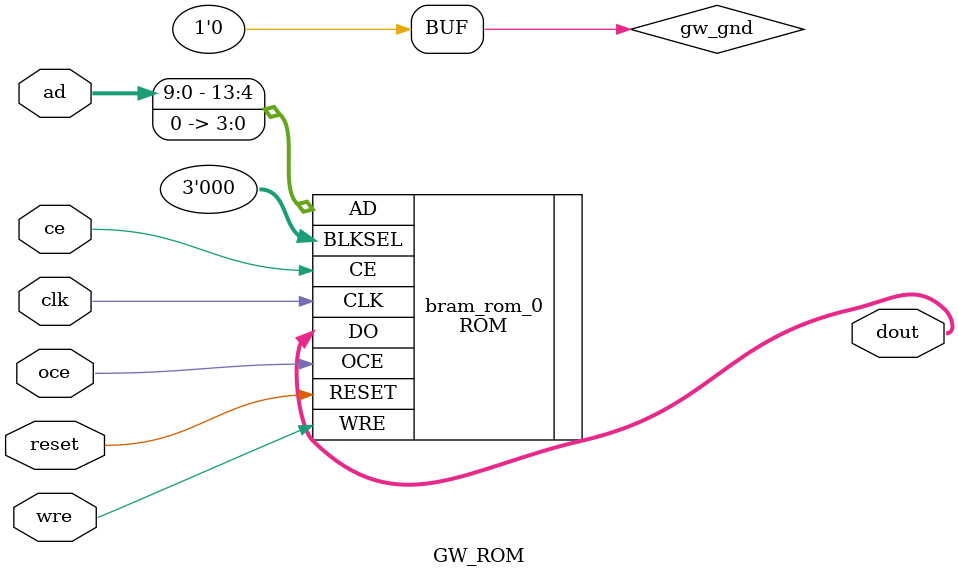
<source format=v>

module testfft(
    clk   ,
    rst  ,
    ipd  ,
    dout  
    );

  input         clk   ;
  input         rst  ;
  input         ipd  ;
  output  [15:0] dout  ;

  reg     [15:0] dout  ;
  reg     [9:0] addr  ;
  reg     [15:0] data [0:1023];

  always@(posedge clk or posedge rst)
  begin
    if(rst)
      addr <= 'b0;
    else if(ipd)
      addr <= addr + 1'b1;
  end

  GW_ROM U_GW_ROM (.dout(dout), .clk(clk), .oce(1'b1), .ce(ipd), .reset(rst), .wre(1'b0), .ad(addr));

endmodule

module GW_ROM (dout, clk, oce, ce, reset, wre, ad);

output [15:0] dout;
input clk;
input oce;
input ce;
input reset;
input wre;
input [9:0] ad;

wire gw_gnd;

assign gw_gnd = 1'b0;

ROM bram_rom_0 (
    .DO(dout[15:0]),
    .CLK(clk),
    .OCE(oce),
    .CE(ce),
    .RESET(reset),
    .WRE(wre),
    .BLKSEL({gw_gnd,gw_gnd,gw_gnd}),
    .AD({ad[9:0],gw_gnd,gw_gnd,gw_gnd,gw_gnd})
);

defparam bram_rom_0.READ_MODE = 1'b0;
defparam bram_rom_0.BIT_WIDTH = 16;
defparam bram_rom_0.BLK_SEL = 3'b000;
defparam bram_rom_0.RESET_MODE = "SYNC";
defparam bram_rom_0.INIT_RAM_00 = 256'hF780E580F68013001380F780E580F68013001380F780E580F68013001380F780;
defparam bram_rom_0.INIT_RAM_01 = 256'h1380F780E580F68013001380F780E580F68013001380F780E580F68013001380;
defparam bram_rom_0.INIT_RAM_02 = 256'h13001380F780E580F68013001380F780E580F68013001380F780E580F6801300;
defparam bram_rom_0.INIT_RAM_03 = 256'hF68013001380F780E580F68013001380F780E580F68013001380F780E580F680;
defparam bram_rom_0.INIT_RAM_04 = 256'hE580F68013001380F780E580F68013001380F780E580F68013001380F780E580;
defparam bram_rom_0.INIT_RAM_05 = 256'hF780E580F68013001380F780E580F68013001380F780E580F68013001380F780;
defparam bram_rom_0.INIT_RAM_06 = 256'h1380F780E580F68013001380F780E580F68013001380F780E580F68013001380;
defparam bram_rom_0.INIT_RAM_07 = 256'h13001380F780E580F68013001380F780E580F68013001380F780E580F6801300;
defparam bram_rom_0.INIT_RAM_08 = 256'hF68013001380F780E580F68012801380F780E580F68013001380F780E580F680;
defparam bram_rom_0.INIT_RAM_09 = 256'hE580F68013001380F780E580F68013001380F780E580F68013001380F780E580;
defparam bram_rom_0.INIT_RAM_0A = 256'hF780E580F68013001380F780E580F68013001380F780E580F68013001380F780;
defparam bram_rom_0.INIT_RAM_0B = 256'h1380F780E580F68013001380F780E580F68013001380F780E580F68013001380;
defparam bram_rom_0.INIT_RAM_0C = 256'h13001380F780E600F68013001380F780E580F68013001380F780E580F6801300;
defparam bram_rom_0.INIT_RAM_0D = 256'hF68013001380F780E580F68013001380F780E580F68013001380F780E580F680;
defparam bram_rom_0.INIT_RAM_0E = 256'hE600F68013001380F780E580F68013001380F780E580F68013001380F780E580;
defparam bram_rom_0.INIT_RAM_0F = 256'hF780E580F68012801380F780E580F68013001380F780E580F68013001380F780;
defparam bram_rom_0.INIT_RAM_10 = 256'h1380F780E580F68013001380F780E580F68013001380F780E580F68013001380;
defparam bram_rom_0.INIT_RAM_11 = 256'h13001380F780E580F68013001380F780E580F68013001380F780E580F6801300;
defparam bram_rom_0.INIT_RAM_12 = 256'hF68013001380F780E580F68013001380F780E580F68013001380F780E580F680;
defparam bram_rom_0.INIT_RAM_13 = 256'hE580F68013001380F780E580F68013001380F780E580F68013001380F780E580;
defparam bram_rom_0.INIT_RAM_14 = 256'hF780E580F68013001380F780E580F68013001380F780E580F68013001380F780;
defparam bram_rom_0.INIT_RAM_15 = 256'h1380F780E580F68013001380F780E580F68013001380F780E580F68013001380;
defparam bram_rom_0.INIT_RAM_16 = 256'h13001380F780E580F68013001380F780E580F68013001380F780E580F6801300;
defparam bram_rom_0.INIT_RAM_17 = 256'hF68013001380F780E580F68013001380F780E580F68013001380F780E580F680;
defparam bram_rom_0.INIT_RAM_18 = 256'hE580F68013001380F780E580F68013001380F780E580F68013001380F780E580;
defparam bram_rom_0.INIT_RAM_19 = 256'hF780E580F68013001380F780E580F68013001380F780E580F68013001380F780;
defparam bram_rom_0.INIT_RAM_1A = 256'h1380F800E580F68013001380F780E580F68013001380F780E600F68013001380;
defparam bram_rom_0.INIT_RAM_1B = 256'h13001380F780E580F68013001380F780E580F68013001380F780E600F6801300;
defparam bram_rom_0.INIT_RAM_1C = 256'hF68013001380F780E580F68013001380F780E580F68013001380F780E580F680;
defparam bram_rom_0.INIT_RAM_1D = 256'hE580F68013001380F780E580F68013001380F780E580F68013001380F780E580;
defparam bram_rom_0.INIT_RAM_1E = 256'hF780E580F68013001380F780E580F68013001380F780E580F68013001380F780;
defparam bram_rom_0.INIT_RAM_1F = 256'h1380F780E580F68013001380F780E580F68013001380F780E580F68013001380;
defparam bram_rom_0.INIT_RAM_20 = 256'h13001380F780E580F68013001380F780E580F68013001380F780E580F6801300;
defparam bram_rom_0.INIT_RAM_21 = 256'hF68013001380F780E580F68013001380F780E580F68013001380F780E580F680;
defparam bram_rom_0.INIT_RAM_22 = 256'hE580F68013001380F780E580F68013001380F780E580F68013001380F780E580;
defparam bram_rom_0.INIT_RAM_23 = 256'hF780E580F68013001380F780E580F68013001380F780E580F68013001380F780;
defparam bram_rom_0.INIT_RAM_24 = 256'h1380F780E580F68013001380F780E580F68013001380F780E580F68013001380;
defparam bram_rom_0.INIT_RAM_25 = 256'h13001380F780E580F68013001380F780E580F68013001380F780E580F6801300;
defparam bram_rom_0.INIT_RAM_26 = 256'hF68013001380F780E580F68013001380F780E580F68013001380F780E580F680;
defparam bram_rom_0.INIT_RAM_27 = 256'hE580F68013001380F780E580F68013001380F780E580F68013001380F780E580;
defparam bram_rom_0.INIT_RAM_28 = 256'hF780E580F68013001380F780E580F68013001380F780E580F68013001380F780;
defparam bram_rom_0.INIT_RAM_29 = 256'h1380F780E580F68013001380F780E580F68013001380F780E580F68013001380;
defparam bram_rom_0.INIT_RAM_2A = 256'h13001380F780E580F68013001380F780E580F68013001380F780E600F6801300;
defparam bram_rom_0.INIT_RAM_2B = 256'hF68013001380F780E580F68013001380F780E580F68013001380F800E580F680;
defparam bram_rom_0.INIT_RAM_2C = 256'hE580F68013001380F780E580F68013001380F780E580F68013001380F780E580;
defparam bram_rom_0.INIT_RAM_2D = 256'hF780E580F68013001380F780E580F68013001380F780E580F68013001400F780;
defparam bram_rom_0.INIT_RAM_2E = 256'h1380F780E580F68013001380F780E580F68013001380F780E580F68013001380;
defparam bram_rom_0.INIT_RAM_2F = 256'h12801380F780E580F68013001380F780E580F68013001380F780E580F6801300;
defparam bram_rom_0.INIT_RAM_30 = 256'hF68013001380F780E580F68013001380F780E580F68013001380F780E580F680;
defparam bram_rom_0.INIT_RAM_31 = 256'hE580F68013001380F780E580F68013001380F780E580F68013001380F780E580;
defparam bram_rom_0.INIT_RAM_32 = 256'hF780E580F68013001380F780E580F68013001380F780E580F68013001380F780;
defparam bram_rom_0.INIT_RAM_33 = 256'h1380F780E580F68013001380F780E580F68013001380F780E580F68013001380;
defparam bram_rom_0.INIT_RAM_34 = 256'h13001380F780E580F68013001380F780E580F68013001380F780E580F6801300;
defparam bram_rom_0.INIT_RAM_35 = 256'hF68013001380F780E580F68013001380F780E580F68013001380F800E580F680;
defparam bram_rom_0.INIT_RAM_36 = 256'hE580F68013001380F780E580F68013001380F780E580F68013001380F780E580;
defparam bram_rom_0.INIT_RAM_37 = 256'hF780E580F68013001380F780E580F68013001380F780E580F68012801380F780;
defparam bram_rom_0.INIT_RAM_38 = 256'h1380F800E580F68013001380F780E580F68013001380F780E580F68013001380;
defparam bram_rom_0.INIT_RAM_39 = 256'h13001380F780E580F68013001380F800E580F68013001380F780E580F6801300;
defparam bram_rom_0.INIT_RAM_3A = 256'hF68013001380F780E580F68013001380F780E580F68013001380F780E580F680;
defparam bram_rom_0.INIT_RAM_3B = 256'hE580F68013001380F780E580F68013001380F780E580F68013001380F780E580;
defparam bram_rom_0.INIT_RAM_3C = 256'hF780E580F68013001380F780E600F68013001380F780E580F68012801380F780;
defparam bram_rom_0.INIT_RAM_3D = 256'h1380F780E580F68013001380F780E580F68013001380F780E580F68013001380;
defparam bram_rom_0.INIT_RAM_3E = 256'h13001380F780E580F68013001380F780E580F68013001380F780E580F6801300;
defparam bram_rom_0.INIT_RAM_3F = 256'hF68012801380F780E600F68013001380F780E580F68013001380F780E580F680;

endmodule //GW_ROM


</source>
